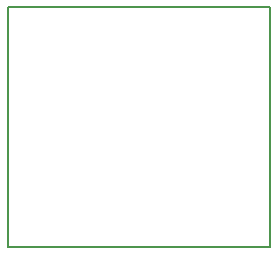
<source format=gm1>
G04 #@! TF.FileFunction,Profile,NP*
%FSLAX46Y46*%
G04 Gerber Fmt 4.6, Leading zero omitted, Abs format (unit mm)*
G04 Created by KiCad (PCBNEW 4.0.6) date 08/27/17 18:35:28*
%MOMM*%
%LPD*%
G01*
G04 APERTURE LIST*
%ADD10C,0.100000*%
%ADD11C,0.150000*%
G04 APERTURE END LIST*
D10*
D11*
X130810000Y-84455000D02*
X130810000Y-104775000D01*
X153035000Y-84455000D02*
X130810000Y-84455000D01*
X153035000Y-104775000D02*
X153035000Y-84455000D01*
X130810000Y-104775000D02*
X153035000Y-104775000D01*
M02*

</source>
